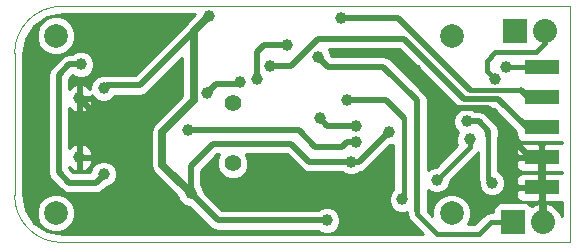
<source format=gbr>
G04 #@! TF.FileFunction,Copper,L2,Bot,Signal*
%FSLAX46Y46*%
G04 Gerber Fmt 4.6, Leading zero omitted, Abs format (unit mm)*
G04 Created by KiCad (PCBNEW (2015-01-16 BZR 5376)-product) date 9/25/2015 11:05:43 AM*
%MOMM*%
G01*
G04 APERTURE LIST*
%ADD10C,0.100000*%
%ADD11R,2.032000X2.032000*%
%ADD12O,2.032000X2.032000*%
%ADD13C,1.000000*%
%ADD14C,2.000000*%
%ADD15R,3.000000X1.200000*%
%ADD16C,1.422400*%
%ADD17C,0.508000*%
%ADD18C,0.635000*%
%ADD19C,0.381000*%
%ADD20C,0.457200*%
%ADD21C,0.254000*%
G04 APERTURE END LIST*
D10*
X110000000Y-86000000D02*
X153000000Y-86000000D01*
X106000000Y-90000000D02*
X106000000Y-102000000D01*
X110000000Y-106000000D02*
X153000000Y-106000000D01*
X106000000Y-102000000D02*
G75*
G03X110000000Y-106000000I4000000J0D01*
G01*
X110000000Y-86000000D02*
G75*
G03X106000000Y-90000000I0J-4000000D01*
G01*
X153000000Y-106000000D02*
X153000000Y-86000000D01*
D11*
X148336000Y-88138000D03*
D12*
X150876000Y-88138000D03*
D11*
X148209000Y-104267000D03*
D12*
X150749000Y-104267000D03*
D13*
X111500000Y-93800000D03*
X111500000Y-98800000D03*
D14*
X143000000Y-88500000D03*
X143000000Y-103500000D03*
X109500000Y-103500000D03*
X109500000Y-88500000D03*
D15*
X150622000Y-91186000D03*
X150622000Y-93726000D03*
X150622000Y-96266000D03*
X150622000Y-98806000D03*
X150622000Y-101346000D03*
D16*
X124460000Y-94234000D03*
X124460000Y-99314000D03*
D13*
X139954000Y-91440000D03*
X125984000Y-102235000D03*
X128524000Y-99060000D03*
X119761000Y-93091000D03*
X147574000Y-91186000D03*
X137668000Y-96647000D03*
X132461000Y-104140000D03*
X134493000Y-99187000D03*
X120904000Y-101854000D03*
X122428000Y-86868000D03*
X113538000Y-92964000D03*
X113538000Y-100203000D03*
X111633000Y-90932000D03*
X138811000Y-102362000D03*
X134112000Y-93980000D03*
X134874000Y-97536000D03*
X120650000Y-96520000D03*
X134874000Y-96139000D03*
X131826000Y-95504000D03*
X125095000Y-92456000D03*
X122301000Y-93345000D03*
X146685000Y-92202000D03*
X144526000Y-97282000D03*
X141732000Y-100711000D03*
X144272000Y-95758000D03*
X146431000Y-100965000D03*
X131699000Y-90297000D03*
X127635000Y-91059000D03*
X126492000Y-92202000D03*
X129032000Y-89281000D03*
X133604000Y-86995000D03*
D17*
X150749000Y-104267000D02*
X150749000Y-101473000D01*
X150749000Y-101473000D02*
X150622000Y-101346000D01*
X150622000Y-101346000D02*
X150622000Y-104140000D01*
X150622000Y-104140000D02*
X150749000Y-104267000D01*
X149606000Y-98806000D02*
X147574000Y-96774000D01*
X143129000Y-94615000D02*
X141859000Y-93345000D01*
X146050000Y-94615000D02*
X143129000Y-94615000D01*
X147574000Y-96139000D02*
X146050000Y-94615000D01*
X147574000Y-96774000D02*
X147574000Y-96139000D01*
X141859000Y-93345000D02*
X139954000Y-91440000D01*
X150622000Y-98806000D02*
X149606000Y-98806000D01*
X125984000Y-101600000D02*
X125984000Y-102235000D01*
X128524000Y-99060000D02*
X125984000Y-101600000D01*
D18*
X150622000Y-98806000D02*
X150622000Y-101346000D01*
D17*
X112315000Y-94615000D02*
X111500000Y-93800000D01*
X118237000Y-94615000D02*
X112315000Y-94615000D01*
X119761000Y-93091000D02*
X118237000Y-94615000D01*
D19*
X150622000Y-91186000D02*
X147574000Y-91186000D01*
D17*
X132461000Y-104140000D02*
X123190000Y-104140000D01*
X123190000Y-104140000D02*
X120904000Y-101854000D01*
X135128000Y-99187000D02*
X137668000Y-96647000D01*
X134493000Y-99187000D02*
X135128000Y-99187000D01*
X134493000Y-99187000D02*
X130937000Y-99187000D01*
X129413000Y-97663000D02*
X129286000Y-97663000D01*
X130937000Y-99187000D02*
X129413000Y-97663000D01*
X129286000Y-97663000D02*
X122809000Y-97663000D01*
X122809000Y-97663000D02*
X120904000Y-99568000D01*
X120904000Y-99568000D02*
X120904000Y-101854000D01*
D18*
X121158000Y-88138000D02*
X122428000Y-86868000D01*
X120904000Y-101854000D02*
X118491000Y-99441000D01*
X118491000Y-99441000D02*
X118491000Y-96647000D01*
X118491000Y-96647000D02*
X121158000Y-93980000D01*
X121158000Y-93980000D02*
X121158000Y-88138000D01*
D17*
X114681000Y-92710000D02*
X113792000Y-92710000D01*
X122428000Y-86868000D02*
X116586000Y-92710000D01*
X116586000Y-92710000D02*
X114681000Y-92710000D01*
X113792000Y-92710000D02*
X113538000Y-92964000D01*
X113538000Y-100330000D02*
X112903000Y-100965000D01*
X112903000Y-100965000D02*
X110617000Y-100965000D01*
X110617000Y-100965000D02*
X109728000Y-100076000D01*
X109728000Y-100076000D02*
X109728000Y-91821000D01*
X109728000Y-91821000D02*
X110617000Y-90932000D01*
X113538000Y-100203000D02*
X113538000Y-100330000D01*
X111633000Y-90932000D02*
X110617000Y-90932000D01*
D20*
X138938000Y-102235000D02*
X138811000Y-102362000D01*
D17*
X137414000Y-93980000D02*
X138938000Y-95504000D01*
X134112000Y-93980000D02*
X137414000Y-93980000D01*
D20*
X138938000Y-95504000D02*
X138938000Y-102235000D01*
D17*
X134874000Y-97536000D02*
X134112000Y-97536000D01*
X131445000Y-97917000D02*
X130048000Y-96520000D01*
X133731000Y-97917000D02*
X131445000Y-97917000D01*
X134112000Y-97536000D02*
X133731000Y-97917000D01*
X130048000Y-96520000D02*
X120650000Y-96520000D01*
X134874000Y-96139000D02*
X132461000Y-96139000D01*
X132461000Y-96139000D02*
X131826000Y-95504000D01*
X125095000Y-92456000D02*
X124968000Y-92583000D01*
X124968000Y-92583000D02*
X123063000Y-92583000D01*
X123063000Y-92583000D02*
X122301000Y-93345000D01*
D20*
X122301000Y-93345000D02*
X123063000Y-92583000D01*
D19*
X145986500Y-91503500D02*
X145986500Y-91249500D01*
X146685000Y-92202000D02*
X145986500Y-91503500D01*
X145986500Y-91376500D02*
X145986500Y-91186000D01*
X145986500Y-91186000D02*
X145986500Y-90614500D01*
X150876000Y-88138000D02*
X150876000Y-89154000D01*
X150876000Y-89154000D02*
X150114000Y-89916000D01*
X145986500Y-90614500D02*
X146685000Y-89916000D01*
X150114000Y-89916000D02*
X146685000Y-89916000D01*
D20*
X141732000Y-100711000D02*
X144526000Y-97917000D01*
X144526000Y-97917000D02*
X144526000Y-97282000D01*
D17*
X146113500Y-97028000D02*
X146113500Y-96583500D01*
X145288000Y-95758000D02*
X144272000Y-95758000D01*
X146113500Y-96583500D02*
X145288000Y-95758000D01*
D20*
X146431000Y-100965000D02*
X146113500Y-100647500D01*
X146113500Y-100647500D02*
X146113500Y-97091500D01*
D17*
X140081000Y-103251000D02*
X140081000Y-103378000D01*
X140081000Y-93980000D02*
X140081000Y-103251000D01*
X147701000Y-103759000D02*
X148209000Y-104267000D01*
X137217686Y-91116686D02*
X140081000Y-93980000D01*
X132518686Y-91116686D02*
X137217686Y-91116686D01*
X131699000Y-90297000D02*
X132518686Y-91116686D01*
D19*
X140081000Y-103632000D02*
X141732000Y-105283000D01*
X141732000Y-105283000D02*
X145288000Y-105283000D01*
X145288000Y-105283000D02*
X146304000Y-104267000D01*
X146304000Y-104267000D02*
X148209000Y-104267000D01*
X140081000Y-103251000D02*
X140081000Y-103632000D01*
D17*
X127635000Y-91059000D02*
X129413000Y-91059000D01*
X129413000Y-91059000D02*
X131699000Y-88773000D01*
X131699000Y-88773000D02*
X138938000Y-88773000D01*
X138938000Y-88773000D02*
X142875000Y-92710000D01*
X146939000Y-93853000D02*
X149352000Y-96266000D01*
X149352000Y-96266000D02*
X150622000Y-96266000D01*
X144018000Y-93853000D02*
X142875000Y-92710000D01*
X146939000Y-93853000D02*
X144018000Y-93853000D01*
X126492000Y-92202000D02*
X126492000Y-89916000D01*
X127127000Y-89281000D02*
X129032000Y-89281000D01*
X126492000Y-89916000D02*
X127127000Y-89281000D01*
D19*
X144526000Y-93091000D02*
X148844000Y-93091000D01*
D17*
X138430000Y-86995000D02*
X133604000Y-86995000D01*
X144526000Y-93091000D02*
X138430000Y-86995000D01*
X148844000Y-93091000D02*
X149479000Y-93726000D01*
X150622000Y-93726000D02*
X149479000Y-93726000D01*
D21*
G36*
X140596566Y-105315000D02*
X114673197Y-105315000D01*
X114673197Y-99978225D01*
X114500767Y-99560914D01*
X114181765Y-99241355D01*
X113764756Y-99068197D01*
X113313225Y-99067803D01*
X112895914Y-99240233D01*
X112601229Y-99534404D01*
X112601229Y-99101131D01*
X112601229Y-98498869D01*
X112601229Y-94101131D01*
X112452563Y-93927000D01*
X111627000Y-93927000D01*
X111627000Y-94892734D01*
X111797938Y-95019268D01*
X112171821Y-94835552D01*
X112459568Y-94511049D01*
X112601229Y-94101131D01*
X112601229Y-98498869D01*
X112459568Y-98088951D01*
X112171821Y-97764448D01*
X111797938Y-97580732D01*
X111627000Y-97707266D01*
X111627000Y-98673000D01*
X112452563Y-98673000D01*
X112601229Y-98498869D01*
X112601229Y-99101131D01*
X112452563Y-98927000D01*
X111627000Y-98927000D01*
X111627000Y-99892734D01*
X111797938Y-100019268D01*
X112171821Y-99835552D01*
X112459568Y-99511049D01*
X112601229Y-99101131D01*
X112601229Y-99534404D01*
X112576355Y-99559235D01*
X112403197Y-99976244D01*
X112403109Y-100076000D01*
X110985236Y-100076000D01*
X110617000Y-99707764D01*
X110617000Y-99597397D01*
X110828179Y-99835552D01*
X111202062Y-100019268D01*
X111373000Y-99892734D01*
X111373000Y-98927000D01*
X111353000Y-98927000D01*
X111353000Y-98673000D01*
X111373000Y-98673000D01*
X111373000Y-97707266D01*
X111202062Y-97580732D01*
X110828179Y-97764448D01*
X110617000Y-98002602D01*
X110617000Y-94597397D01*
X110828179Y-94835552D01*
X111202062Y-95019268D01*
X111373000Y-94892734D01*
X111373000Y-93927000D01*
X111353000Y-93927000D01*
X111353000Y-93673000D01*
X111373000Y-93673000D01*
X111373000Y-92707266D01*
X111202062Y-92580732D01*
X110828179Y-92764448D01*
X110617000Y-93002602D01*
X110617000Y-92189236D01*
X110950946Y-91855289D01*
X110989235Y-91893645D01*
X111406244Y-92066803D01*
X111857775Y-92067197D01*
X112275086Y-91894767D01*
X112594645Y-91575765D01*
X112767803Y-91158756D01*
X112768197Y-90707225D01*
X112595767Y-90289914D01*
X112276765Y-89970355D01*
X111859756Y-89797197D01*
X111408225Y-89796803D01*
X111135284Y-89909580D01*
X111135284Y-88176205D01*
X110886894Y-87575057D01*
X110427363Y-87114722D01*
X109826648Y-86865284D01*
X109176205Y-86864716D01*
X108575057Y-87113106D01*
X108114722Y-87572637D01*
X107865284Y-88173352D01*
X107864716Y-88823795D01*
X108113106Y-89424943D01*
X108572637Y-89885278D01*
X109173352Y-90134716D01*
X109823795Y-90135284D01*
X110424943Y-89886894D01*
X110885278Y-89427363D01*
X111134716Y-88826648D01*
X111135284Y-88176205D01*
X111135284Y-89909580D01*
X110990914Y-89969233D01*
X110917018Y-90043000D01*
X110617000Y-90043000D01*
X110276794Y-90110671D01*
X109988382Y-90303382D01*
X109099382Y-91192382D01*
X108906671Y-91480794D01*
X108839000Y-91821000D01*
X108839000Y-100076000D01*
X108906671Y-100416206D01*
X109099382Y-100704618D01*
X109988382Y-101593618D01*
X110276794Y-101786329D01*
X110276795Y-101786329D01*
X110617000Y-101854000D01*
X112903000Y-101854000D01*
X113243205Y-101786329D01*
X113243206Y-101786329D01*
X113531618Y-101593618D01*
X113804124Y-101321111D01*
X114180086Y-101165767D01*
X114499645Y-100846765D01*
X114672803Y-100429756D01*
X114673197Y-99978225D01*
X114673197Y-105315000D01*
X111135284Y-105315000D01*
X111135284Y-103176205D01*
X110886894Y-102575057D01*
X110427363Y-102114722D01*
X109826648Y-101865284D01*
X109176205Y-101864716D01*
X108575057Y-102113106D01*
X108114722Y-102572637D01*
X107865284Y-103173352D01*
X107864716Y-103823795D01*
X108113106Y-104424943D01*
X108572637Y-104885278D01*
X109173352Y-105134716D01*
X109823795Y-105135284D01*
X110424943Y-104886894D01*
X110885278Y-104427363D01*
X111134716Y-103826648D01*
X111135284Y-103176205D01*
X111135284Y-105315000D01*
X110067467Y-105315000D01*
X108736539Y-105050261D01*
X107665429Y-104334568D01*
X106949737Y-103263459D01*
X106685000Y-101932532D01*
X106685000Y-90067467D01*
X106949737Y-88736540D01*
X107665429Y-87665431D01*
X108736539Y-86949738D01*
X110067467Y-86685000D01*
X121263962Y-86685000D01*
X120484481Y-87464481D01*
X120303649Y-87735114D01*
X116217764Y-91821000D01*
X114681000Y-91821000D01*
X113792000Y-91821000D01*
X113750851Y-91829184D01*
X113313225Y-91828803D01*
X112895914Y-92001233D01*
X112576355Y-92320235D01*
X112403197Y-92737244D01*
X112402945Y-93025096D01*
X112171821Y-92764448D01*
X111797938Y-92580732D01*
X111627000Y-92707266D01*
X111627000Y-93673000D01*
X112452563Y-93673000D01*
X112553857Y-93554354D01*
X112575233Y-93606086D01*
X112894235Y-93925645D01*
X113311244Y-94098803D01*
X113762775Y-94099197D01*
X114180086Y-93926767D01*
X114499645Y-93607765D01*
X114503284Y-93599000D01*
X114681000Y-93599000D01*
X116586000Y-93599000D01*
X116926205Y-93531329D01*
X116926206Y-93531329D01*
X117214618Y-93338618D01*
X120205500Y-90347736D01*
X120205500Y-93585461D01*
X117817481Y-95973481D01*
X117611005Y-96282494D01*
X117538500Y-96647000D01*
X117538500Y-99441000D01*
X117611005Y-99805506D01*
X117817481Y-100114519D01*
X119768814Y-102065852D01*
X119768803Y-102078775D01*
X119941233Y-102496086D01*
X120260235Y-102815645D01*
X120677244Y-102988803D01*
X120781658Y-102988894D01*
X122561382Y-104768618D01*
X122849794Y-104961329D01*
X122849795Y-104961329D01*
X123190000Y-105029000D01*
X131744716Y-105029000D01*
X131817235Y-105101645D01*
X132234244Y-105274803D01*
X132685775Y-105275197D01*
X133103086Y-105102767D01*
X133422645Y-104783765D01*
X133595803Y-104366756D01*
X133596197Y-103915225D01*
X133423767Y-103497914D01*
X133104765Y-103178355D01*
X132687756Y-103005197D01*
X132236225Y-103004803D01*
X131818914Y-103177233D01*
X131745018Y-103251000D01*
X123558236Y-103251000D01*
X122039107Y-101731871D01*
X122039197Y-101629225D01*
X121866767Y-101211914D01*
X121793000Y-101138018D01*
X121793000Y-99936236D01*
X123177236Y-98552000D01*
X123318765Y-98552000D01*
X123114034Y-99045049D01*
X123113566Y-99580601D01*
X123318081Y-100075565D01*
X123696443Y-100454588D01*
X124191049Y-100659966D01*
X124726601Y-100660434D01*
X125221565Y-100455919D01*
X125600588Y-100077557D01*
X125805966Y-99582951D01*
X125806434Y-99047399D01*
X125601919Y-98552435D01*
X125601484Y-98552000D01*
X129044764Y-98552000D01*
X130308382Y-99815618D01*
X130596794Y-100008329D01*
X130937000Y-100076000D01*
X133776716Y-100076000D01*
X133849235Y-100148645D01*
X134266244Y-100321803D01*
X134717775Y-100322197D01*
X135135086Y-100149767D01*
X135229133Y-100055883D01*
X135468205Y-100008329D01*
X135468206Y-100008329D01*
X135756618Y-99815618D01*
X137790128Y-97782107D01*
X137892775Y-97782197D01*
X138074400Y-97707150D01*
X138074400Y-101493582D01*
X137849355Y-101718235D01*
X137676197Y-102135244D01*
X137675803Y-102586775D01*
X137848233Y-103004086D01*
X138167235Y-103323645D01*
X138584244Y-103496803D01*
X139035775Y-103497197D01*
X139202044Y-103428495D01*
X139259671Y-103718206D01*
X139278147Y-103745858D01*
X139318337Y-103947906D01*
X139497283Y-104215717D01*
X140596566Y-105315000D01*
X140596566Y-105315000D01*
G37*
X140596566Y-105315000D02*
X114673197Y-105315000D01*
X114673197Y-99978225D01*
X114500767Y-99560914D01*
X114181765Y-99241355D01*
X113764756Y-99068197D01*
X113313225Y-99067803D01*
X112895914Y-99240233D01*
X112601229Y-99534404D01*
X112601229Y-99101131D01*
X112601229Y-98498869D01*
X112601229Y-94101131D01*
X112452563Y-93927000D01*
X111627000Y-93927000D01*
X111627000Y-94892734D01*
X111797938Y-95019268D01*
X112171821Y-94835552D01*
X112459568Y-94511049D01*
X112601229Y-94101131D01*
X112601229Y-98498869D01*
X112459568Y-98088951D01*
X112171821Y-97764448D01*
X111797938Y-97580732D01*
X111627000Y-97707266D01*
X111627000Y-98673000D01*
X112452563Y-98673000D01*
X112601229Y-98498869D01*
X112601229Y-99101131D01*
X112452563Y-98927000D01*
X111627000Y-98927000D01*
X111627000Y-99892734D01*
X111797938Y-100019268D01*
X112171821Y-99835552D01*
X112459568Y-99511049D01*
X112601229Y-99101131D01*
X112601229Y-99534404D01*
X112576355Y-99559235D01*
X112403197Y-99976244D01*
X112403109Y-100076000D01*
X110985236Y-100076000D01*
X110617000Y-99707764D01*
X110617000Y-99597397D01*
X110828179Y-99835552D01*
X111202062Y-100019268D01*
X111373000Y-99892734D01*
X111373000Y-98927000D01*
X111353000Y-98927000D01*
X111353000Y-98673000D01*
X111373000Y-98673000D01*
X111373000Y-97707266D01*
X111202062Y-97580732D01*
X110828179Y-97764448D01*
X110617000Y-98002602D01*
X110617000Y-94597397D01*
X110828179Y-94835552D01*
X111202062Y-95019268D01*
X111373000Y-94892734D01*
X111373000Y-93927000D01*
X111353000Y-93927000D01*
X111353000Y-93673000D01*
X111373000Y-93673000D01*
X111373000Y-92707266D01*
X111202062Y-92580732D01*
X110828179Y-92764448D01*
X110617000Y-93002602D01*
X110617000Y-92189236D01*
X110950946Y-91855289D01*
X110989235Y-91893645D01*
X111406244Y-92066803D01*
X111857775Y-92067197D01*
X112275086Y-91894767D01*
X112594645Y-91575765D01*
X112767803Y-91158756D01*
X112768197Y-90707225D01*
X112595767Y-90289914D01*
X112276765Y-89970355D01*
X111859756Y-89797197D01*
X111408225Y-89796803D01*
X111135284Y-89909580D01*
X111135284Y-88176205D01*
X110886894Y-87575057D01*
X110427363Y-87114722D01*
X109826648Y-86865284D01*
X109176205Y-86864716D01*
X108575057Y-87113106D01*
X108114722Y-87572637D01*
X107865284Y-88173352D01*
X107864716Y-88823795D01*
X108113106Y-89424943D01*
X108572637Y-89885278D01*
X109173352Y-90134716D01*
X109823795Y-90135284D01*
X110424943Y-89886894D01*
X110885278Y-89427363D01*
X111134716Y-88826648D01*
X111135284Y-88176205D01*
X111135284Y-89909580D01*
X110990914Y-89969233D01*
X110917018Y-90043000D01*
X110617000Y-90043000D01*
X110276794Y-90110671D01*
X109988382Y-90303382D01*
X109099382Y-91192382D01*
X108906671Y-91480794D01*
X108839000Y-91821000D01*
X108839000Y-100076000D01*
X108906671Y-100416206D01*
X109099382Y-100704618D01*
X109988382Y-101593618D01*
X110276794Y-101786329D01*
X110276795Y-101786329D01*
X110617000Y-101854000D01*
X112903000Y-101854000D01*
X113243205Y-101786329D01*
X113243206Y-101786329D01*
X113531618Y-101593618D01*
X113804124Y-101321111D01*
X114180086Y-101165767D01*
X114499645Y-100846765D01*
X114672803Y-100429756D01*
X114673197Y-99978225D01*
X114673197Y-105315000D01*
X111135284Y-105315000D01*
X111135284Y-103176205D01*
X110886894Y-102575057D01*
X110427363Y-102114722D01*
X109826648Y-101865284D01*
X109176205Y-101864716D01*
X108575057Y-102113106D01*
X108114722Y-102572637D01*
X107865284Y-103173352D01*
X107864716Y-103823795D01*
X108113106Y-104424943D01*
X108572637Y-104885278D01*
X109173352Y-105134716D01*
X109823795Y-105135284D01*
X110424943Y-104886894D01*
X110885278Y-104427363D01*
X111134716Y-103826648D01*
X111135284Y-103176205D01*
X111135284Y-105315000D01*
X110067467Y-105315000D01*
X108736539Y-105050261D01*
X107665429Y-104334568D01*
X106949737Y-103263459D01*
X106685000Y-101932532D01*
X106685000Y-90067467D01*
X106949737Y-88736540D01*
X107665429Y-87665431D01*
X108736539Y-86949738D01*
X110067467Y-86685000D01*
X121263962Y-86685000D01*
X120484481Y-87464481D01*
X120303649Y-87735114D01*
X116217764Y-91821000D01*
X114681000Y-91821000D01*
X113792000Y-91821000D01*
X113750851Y-91829184D01*
X113313225Y-91828803D01*
X112895914Y-92001233D01*
X112576355Y-92320235D01*
X112403197Y-92737244D01*
X112402945Y-93025096D01*
X112171821Y-92764448D01*
X111797938Y-92580732D01*
X111627000Y-92707266D01*
X111627000Y-93673000D01*
X112452563Y-93673000D01*
X112553857Y-93554354D01*
X112575233Y-93606086D01*
X112894235Y-93925645D01*
X113311244Y-94098803D01*
X113762775Y-94099197D01*
X114180086Y-93926767D01*
X114499645Y-93607765D01*
X114503284Y-93599000D01*
X114681000Y-93599000D01*
X116586000Y-93599000D01*
X116926205Y-93531329D01*
X116926206Y-93531329D01*
X117214618Y-93338618D01*
X120205500Y-90347736D01*
X120205500Y-93585461D01*
X117817481Y-95973481D01*
X117611005Y-96282494D01*
X117538500Y-96647000D01*
X117538500Y-99441000D01*
X117611005Y-99805506D01*
X117817481Y-100114519D01*
X119768814Y-102065852D01*
X119768803Y-102078775D01*
X119941233Y-102496086D01*
X120260235Y-102815645D01*
X120677244Y-102988803D01*
X120781658Y-102988894D01*
X122561382Y-104768618D01*
X122849794Y-104961329D01*
X122849795Y-104961329D01*
X123190000Y-105029000D01*
X131744716Y-105029000D01*
X131817235Y-105101645D01*
X132234244Y-105274803D01*
X132685775Y-105275197D01*
X133103086Y-105102767D01*
X133422645Y-104783765D01*
X133595803Y-104366756D01*
X133596197Y-103915225D01*
X133423767Y-103497914D01*
X133104765Y-103178355D01*
X132687756Y-103005197D01*
X132236225Y-103004803D01*
X131818914Y-103177233D01*
X131745018Y-103251000D01*
X123558236Y-103251000D01*
X122039107Y-101731871D01*
X122039197Y-101629225D01*
X121866767Y-101211914D01*
X121793000Y-101138018D01*
X121793000Y-99936236D01*
X123177236Y-98552000D01*
X123318765Y-98552000D01*
X123114034Y-99045049D01*
X123113566Y-99580601D01*
X123318081Y-100075565D01*
X123696443Y-100454588D01*
X124191049Y-100659966D01*
X124726601Y-100660434D01*
X125221565Y-100455919D01*
X125600588Y-100077557D01*
X125805966Y-99582951D01*
X125806434Y-99047399D01*
X125601919Y-98552435D01*
X125601484Y-98552000D01*
X129044764Y-98552000D01*
X130308382Y-99815618D01*
X130596794Y-100008329D01*
X130937000Y-100076000D01*
X133776716Y-100076000D01*
X133849235Y-100148645D01*
X134266244Y-100321803D01*
X134717775Y-100322197D01*
X135135086Y-100149767D01*
X135229133Y-100055883D01*
X135468205Y-100008329D01*
X135468206Y-100008329D01*
X135756618Y-99815618D01*
X137790128Y-97782107D01*
X137892775Y-97782197D01*
X138074400Y-97707150D01*
X138074400Y-101493582D01*
X137849355Y-101718235D01*
X137676197Y-102135244D01*
X137675803Y-102586775D01*
X137848233Y-103004086D01*
X138167235Y-103323645D01*
X138584244Y-103496803D01*
X139035775Y-103497197D01*
X139202044Y-103428495D01*
X139259671Y-103718206D01*
X139278147Y-103745858D01*
X139318337Y-103947906D01*
X139497283Y-104215717D01*
X140596566Y-105315000D01*
G36*
X143842994Y-94707189D02*
X143629914Y-94795233D01*
X143310355Y-95114235D01*
X143137197Y-95531244D01*
X143136803Y-95982775D01*
X143309233Y-96400086D01*
X143559246Y-96650536D01*
X143391197Y-97055244D01*
X143390803Y-97506775D01*
X143485566Y-97736118D01*
X141645761Y-99575923D01*
X141507225Y-99575803D01*
X141089914Y-99748233D01*
X140970000Y-99867937D01*
X140970000Y-93980000D01*
X140902329Y-93639794D01*
X140709618Y-93351382D01*
X137846304Y-90488068D01*
X137557892Y-90295357D01*
X137217686Y-90227686D01*
X132886922Y-90227686D01*
X132834107Y-90174871D01*
X132834197Y-90072225D01*
X132664694Y-89662000D01*
X138569764Y-89662000D01*
X142246382Y-93338618D01*
X143389382Y-94481618D01*
X143677794Y-94674329D01*
X143677795Y-94674329D01*
X143842994Y-94707189D01*
X143842994Y-94707189D01*
G37*
X143842994Y-94707189D02*
X143629914Y-94795233D01*
X143310355Y-95114235D01*
X143137197Y-95531244D01*
X143136803Y-95982775D01*
X143309233Y-96400086D01*
X143559246Y-96650536D01*
X143391197Y-97055244D01*
X143390803Y-97506775D01*
X143485566Y-97736118D01*
X141645761Y-99575923D01*
X141507225Y-99575803D01*
X141089914Y-99748233D01*
X140970000Y-99867937D01*
X140970000Y-93980000D01*
X140902329Y-93639794D01*
X140709618Y-93351382D01*
X137846304Y-90488068D01*
X137557892Y-90295357D01*
X137217686Y-90227686D01*
X132886922Y-90227686D01*
X132834107Y-90174871D01*
X132834197Y-90072225D01*
X132664694Y-89662000D01*
X138569764Y-89662000D01*
X142246382Y-93338618D01*
X143389382Y-94481618D01*
X143677794Y-94674329D01*
X143677795Y-94674329D01*
X143842994Y-94707189D01*
G36*
X152315000Y-103796971D02*
X152086188Y-103298621D01*
X151613818Y-102860615D01*
X151131944Y-102661025D01*
X150876000Y-102780164D01*
X150876000Y-104140000D01*
X150896000Y-104140000D01*
X150896000Y-104394000D01*
X150876000Y-104394000D01*
X150876000Y-104414000D01*
X150622000Y-104414000D01*
X150622000Y-104394000D01*
X150602000Y-104394000D01*
X150602000Y-104140000D01*
X150622000Y-104140000D01*
X150622000Y-102780164D01*
X150495000Y-102721046D01*
X150495000Y-102422250D01*
X150495000Y-101473000D01*
X150495000Y-101219000D01*
X150495000Y-100269750D01*
X150495000Y-99882250D01*
X150495000Y-98933000D01*
X150495000Y-98679000D01*
X150495000Y-97729750D01*
X150336250Y-97571000D01*
X148995691Y-97571000D01*
X148762302Y-97667673D01*
X148583673Y-97846301D01*
X148487000Y-98079690D01*
X148487000Y-98332309D01*
X148487000Y-98520250D01*
X148645750Y-98679000D01*
X150495000Y-98679000D01*
X150495000Y-98933000D01*
X148645750Y-98933000D01*
X148487000Y-99091750D01*
X148487000Y-99279691D01*
X148487000Y-99532310D01*
X148583673Y-99765699D01*
X148762302Y-99944327D01*
X148995691Y-100041000D01*
X150336250Y-100041000D01*
X150495000Y-99882250D01*
X150495000Y-100269750D01*
X150336250Y-100111000D01*
X148995691Y-100111000D01*
X148762302Y-100207673D01*
X148583673Y-100386301D01*
X148487000Y-100619690D01*
X148487000Y-100872309D01*
X148487000Y-101060250D01*
X148645750Y-101219000D01*
X150495000Y-101219000D01*
X150495000Y-101473000D01*
X148645750Y-101473000D01*
X148487000Y-101631750D01*
X148487000Y-101819691D01*
X148487000Y-102072310D01*
X148583673Y-102305699D01*
X148762302Y-102484327D01*
X148995691Y-102581000D01*
X150336250Y-102581000D01*
X150495000Y-102422250D01*
X150495000Y-102721046D01*
X150366056Y-102661025D01*
X149884182Y-102860615D01*
X149787164Y-102950574D01*
X149685673Y-102796073D01*
X149474640Y-102653623D01*
X149225000Y-102603560D01*
X147193000Y-102603560D01*
X146950877Y-102650537D01*
X146738073Y-102790327D01*
X146595623Y-103001360D01*
X146545560Y-103251000D01*
X146545560Y-103441500D01*
X146304005Y-103441500D01*
X146304000Y-103441499D01*
X145988094Y-103504337D01*
X145720283Y-103683283D01*
X144946066Y-104457500D01*
X144355088Y-104457500D01*
X144385278Y-104427363D01*
X144634716Y-103826648D01*
X144635284Y-103176205D01*
X144386894Y-102575057D01*
X143927363Y-102114722D01*
X143326648Y-101865284D01*
X142676205Y-101864716D01*
X142075057Y-102113106D01*
X141614722Y-102572637D01*
X141365284Y-103173352D01*
X141364781Y-103748348D01*
X140970000Y-103353566D01*
X140970000Y-103251000D01*
X140970000Y-101554203D01*
X141088235Y-101672645D01*
X141505244Y-101845803D01*
X141956775Y-101846197D01*
X142374086Y-101673767D01*
X142693645Y-101354765D01*
X142866803Y-100937756D01*
X142866925Y-100797388D01*
X145136657Y-98527657D01*
X145136658Y-98527657D01*
X145249900Y-98358177D01*
X145249900Y-100647500D01*
X145296073Y-100879627D01*
X145296073Y-100879628D01*
X145295803Y-101189775D01*
X145468233Y-101607086D01*
X145787235Y-101926645D01*
X146204244Y-102099803D01*
X146655775Y-102100197D01*
X147073086Y-101927767D01*
X147392645Y-101608765D01*
X147565803Y-101191756D01*
X147566197Y-100740225D01*
X147393767Y-100322914D01*
X147074765Y-100003355D01*
X146977100Y-99962800D01*
X146977100Y-97155694D01*
X147002500Y-97028000D01*
X147002500Y-96583500D01*
X146934829Y-96243294D01*
X146742118Y-95954882D01*
X145916618Y-95129382D01*
X145628206Y-94936671D01*
X145288000Y-94869000D01*
X144988283Y-94869000D01*
X144915765Y-94796355D01*
X144784864Y-94742000D01*
X146570764Y-94742000D01*
X148474560Y-96645796D01*
X148474560Y-96866000D01*
X148521537Y-97108123D01*
X148661327Y-97320927D01*
X148872360Y-97463377D01*
X149122000Y-97513440D01*
X152122000Y-97513440D01*
X152315000Y-97475993D01*
X152315000Y-97598624D01*
X152248309Y-97571000D01*
X150907750Y-97571000D01*
X150749000Y-97729750D01*
X150749000Y-98679000D01*
X150769000Y-98679000D01*
X150769000Y-98933000D01*
X150749000Y-98933000D01*
X150749000Y-99882250D01*
X150907750Y-100041000D01*
X152248309Y-100041000D01*
X152315000Y-100013375D01*
X152315000Y-100138624D01*
X152248309Y-100111000D01*
X150907750Y-100111000D01*
X150749000Y-100269750D01*
X150749000Y-101219000D01*
X150769000Y-101219000D01*
X150769000Y-101473000D01*
X150749000Y-101473000D01*
X150749000Y-102422250D01*
X150907750Y-102581000D01*
X152248309Y-102581000D01*
X152315000Y-102553375D01*
X152315000Y-103796971D01*
X152315000Y-103796971D01*
G37*
X152315000Y-103796971D02*
X152086188Y-103298621D01*
X151613818Y-102860615D01*
X151131944Y-102661025D01*
X150876000Y-102780164D01*
X150876000Y-104140000D01*
X150896000Y-104140000D01*
X150896000Y-104394000D01*
X150876000Y-104394000D01*
X150876000Y-104414000D01*
X150622000Y-104414000D01*
X150622000Y-104394000D01*
X150602000Y-104394000D01*
X150602000Y-104140000D01*
X150622000Y-104140000D01*
X150622000Y-102780164D01*
X150495000Y-102721046D01*
X150495000Y-102422250D01*
X150495000Y-101473000D01*
X150495000Y-101219000D01*
X150495000Y-100269750D01*
X150495000Y-99882250D01*
X150495000Y-98933000D01*
X150495000Y-98679000D01*
X150495000Y-97729750D01*
X150336250Y-97571000D01*
X148995691Y-97571000D01*
X148762302Y-97667673D01*
X148583673Y-97846301D01*
X148487000Y-98079690D01*
X148487000Y-98332309D01*
X148487000Y-98520250D01*
X148645750Y-98679000D01*
X150495000Y-98679000D01*
X150495000Y-98933000D01*
X148645750Y-98933000D01*
X148487000Y-99091750D01*
X148487000Y-99279691D01*
X148487000Y-99532310D01*
X148583673Y-99765699D01*
X148762302Y-99944327D01*
X148995691Y-100041000D01*
X150336250Y-100041000D01*
X150495000Y-99882250D01*
X150495000Y-100269750D01*
X150336250Y-100111000D01*
X148995691Y-100111000D01*
X148762302Y-100207673D01*
X148583673Y-100386301D01*
X148487000Y-100619690D01*
X148487000Y-100872309D01*
X148487000Y-101060250D01*
X148645750Y-101219000D01*
X150495000Y-101219000D01*
X150495000Y-101473000D01*
X148645750Y-101473000D01*
X148487000Y-101631750D01*
X148487000Y-101819691D01*
X148487000Y-102072310D01*
X148583673Y-102305699D01*
X148762302Y-102484327D01*
X148995691Y-102581000D01*
X150336250Y-102581000D01*
X150495000Y-102422250D01*
X150495000Y-102721046D01*
X150366056Y-102661025D01*
X149884182Y-102860615D01*
X149787164Y-102950574D01*
X149685673Y-102796073D01*
X149474640Y-102653623D01*
X149225000Y-102603560D01*
X147193000Y-102603560D01*
X146950877Y-102650537D01*
X146738073Y-102790327D01*
X146595623Y-103001360D01*
X146545560Y-103251000D01*
X146545560Y-103441500D01*
X146304005Y-103441500D01*
X146304000Y-103441499D01*
X145988094Y-103504337D01*
X145720283Y-103683283D01*
X144946066Y-104457500D01*
X144355088Y-104457500D01*
X144385278Y-104427363D01*
X144634716Y-103826648D01*
X144635284Y-103176205D01*
X144386894Y-102575057D01*
X143927363Y-102114722D01*
X143326648Y-101865284D01*
X142676205Y-101864716D01*
X142075057Y-102113106D01*
X141614722Y-102572637D01*
X141365284Y-103173352D01*
X141364781Y-103748348D01*
X140970000Y-103353566D01*
X140970000Y-103251000D01*
X140970000Y-101554203D01*
X141088235Y-101672645D01*
X141505244Y-101845803D01*
X141956775Y-101846197D01*
X142374086Y-101673767D01*
X142693645Y-101354765D01*
X142866803Y-100937756D01*
X142866925Y-100797388D01*
X145136657Y-98527657D01*
X145136658Y-98527657D01*
X145249900Y-98358177D01*
X145249900Y-100647500D01*
X145296073Y-100879627D01*
X145296073Y-100879628D01*
X145295803Y-101189775D01*
X145468233Y-101607086D01*
X145787235Y-101926645D01*
X146204244Y-102099803D01*
X146655775Y-102100197D01*
X147073086Y-101927767D01*
X147392645Y-101608765D01*
X147565803Y-101191756D01*
X147566197Y-100740225D01*
X147393767Y-100322914D01*
X147074765Y-100003355D01*
X146977100Y-99962800D01*
X146977100Y-97155694D01*
X147002500Y-97028000D01*
X147002500Y-96583500D01*
X146934829Y-96243294D01*
X146742118Y-95954882D01*
X145916618Y-95129382D01*
X145628206Y-94936671D01*
X145288000Y-94869000D01*
X144988283Y-94869000D01*
X144915765Y-94796355D01*
X144784864Y-94742000D01*
X146570764Y-94742000D01*
X148474560Y-96645796D01*
X148474560Y-96866000D01*
X148521537Y-97108123D01*
X148661327Y-97320927D01*
X148872360Y-97463377D01*
X149122000Y-97513440D01*
X152122000Y-97513440D01*
X152315000Y-97475993D01*
X152315000Y-97598624D01*
X152248309Y-97571000D01*
X150907750Y-97571000D01*
X150749000Y-97729750D01*
X150749000Y-98679000D01*
X150769000Y-98679000D01*
X150769000Y-98933000D01*
X150749000Y-98933000D01*
X150749000Y-99882250D01*
X150907750Y-100041000D01*
X152248309Y-100041000D01*
X152315000Y-100013375D01*
X152315000Y-100138624D01*
X152248309Y-100111000D01*
X150907750Y-100111000D01*
X150749000Y-100269750D01*
X150749000Y-101219000D01*
X150769000Y-101219000D01*
X150769000Y-101473000D01*
X150749000Y-101473000D01*
X150749000Y-102422250D01*
X150907750Y-102581000D01*
X152248309Y-102581000D01*
X152315000Y-102553375D01*
X152315000Y-103796971D01*
M02*

</source>
